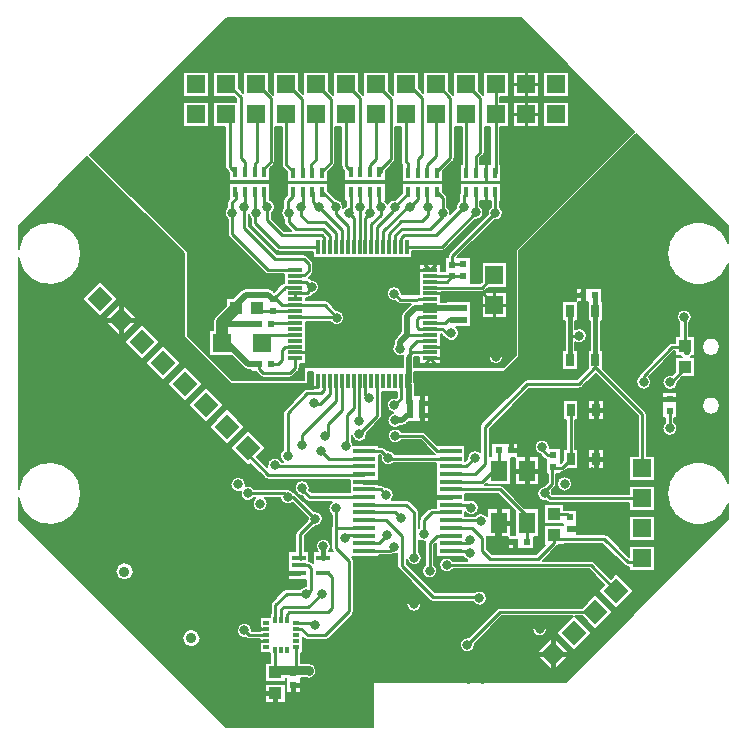
<source format=gbr>
%FSLAX25Y25*%
%MOIN*%
G04 EasyPC Gerber Version 18.0.8 Build 3632 *
%ADD76R,0.01181X0.04724*%
%ADD85R,0.01200X0.02000*%
%ADD86R,0.01600X0.03500*%
%ADD17R,0.02400X0.02400*%
%ADD83R,0.02600X0.04200*%
%ADD88R,0.03937X0.04291*%
%ADD80R,0.03940X0.04330*%
%ADD82R,0.05500X0.07100*%
%ADD77R,0.04724X0.01181*%
%ADD84R,0.02000X0.01200*%
%ADD79R,0.07200X0.01700*%
%ADD16R,0.04600X0.01800*%
%ADD12R,0.06000X0.06000*%
%ADD78R,0.06300X0.06300*%
%ADD10C,0.00500*%
%ADD11C,0.01000*%
%AMT13*0 Rectangle Pad at angle 45*21,1,0.06000,0.06000,0,0,45*%
%ADD13T13*%
%ADD75C,0.01500*%
%ADD19C,0.02000*%
%ADD71C,0.03000*%
%ADD14C,0.03200*%
%ADD15R,0.02400X0.02400*%
%ADD87C,0.03600*%
%ADD89C,0.04000*%
%ADD81R,0.04330X0.03940*%
X0Y0D02*
D02*
D10*
X25818Y193082D02*
X2850Y170115D01*
Y162496*
G75*
G02X23750Y161050I10400J-1446*
G01*
G75*
G02X2850Y159604I-10500*
G01*
Y82496*
G75*
G02X23750Y81050I10400J-1446*
G01*
G75*
G02X2850Y79604I-10500*
G01*
Y72285*
X72085Y3050*
X121150*
Y18150*
X185215*
X239450Y72385*
Y77552*
G75*
G02X219050Y81050I-9900J3498*
G01*
G75*
G02X239450Y84548I10500*
G01*
Y157552*
G75*
G02X219050Y161050I-9900J3498*
G01*
G75*
G02X239450Y164548I10500*
G01*
Y170215*
X208832Y200832*
X169750Y161750*
Y126550*
X164650Y121450*
X134800*
Y118276*
G75*
G02X135100Y117237I-1650J-1039*
G01*
Y113799*
X139799*
Y104901*
X132859*
X132029Y104071*
G75*
G02X130650Y103500I-1379J1379*
G01*
X129993*
G75*
G02X125800Y105450I-1643J1950*
G01*
G75*
G02X127758Y107930I2550*
G01*
G75*
G02X125600Y110450I392J2520*
G01*
G75*
G02X128608Y112959I2550*
G01*
X128859Y113209*
Y114799*
X123885*
Y106735*
G75*
G02X123460Y105709I-1450*
G01*
X118959Y101208*
G75*
G02X113957Y100212I-2509J-458*
G01*
Y98285*
G75*
G02X114363Y97283I-2107J-1436*
G01*
X122905*
Y96634*
X123816*
G75*
G02X124841Y96209J-1450*
G01*
X125592Y95459*
G75*
G02X128339Y94075I458J-2509*
G01*
X141660*
G75*
G02X141324Y94325I690J1276*
G01*
X136849Y98802*
X130549*
G75*
G02X125900Y100250I-2099J1448*
G01*
G75*
G02X130546Y101702I2550*
G01*
X137450*
G75*
G02X138476Y101277J-1450*
G01*
X142468Y97283*
X151693*
Y91743*
X152441Y92492*
G75*
G02X156643Y94857I2509J458*
G01*
Y103350*
G75*
G02X157113Y104487I1607*
G01*
X171313Y118687*
G75*
G02X172450Y119157I1137J-1137*
G01*
X188876*
X192600Y122950*
Y128799*
X193450*
Y133850*
G75*
G02X193250Y134650I1500J800*
G01*
Y138500*
X192600*
Y144799*
X189200*
Y138500*
X188350*
Y135781*
G75*
G02X192300Y133650I1400J-2131*
G01*
G75*
G02X188350Y131519I-2550*
G01*
Y128799*
X189200*
Y122100*
X184100*
Y128799*
X184950*
Y138500*
X184100*
Y145200*
X188600*
Y149700*
X197401*
Y145200*
X197700*
Y138500*
X196850*
Y128799*
X197700*
Y122550*
X211775Y108475*
G75*
G02X212200Y107450I-1025J-1025*
G01*
Y93700*
X215000*
Y85200*
X206500*
Y93700*
X209300*
Y106849*
X195170Y120979*
X190697Y116424*
G75*
G02X189550Y115943I-1147J1126*
G01*
X173116*
X159857Y102684*
Y93448*
X160500*
Y97901*
X169299*
Y93448*
X176252*
Y83850*
X168252*
Y93000*
X166850*
Y83850*
X158850*
Y84397*
X158375Y83922*
G75*
G02X158285Y83839I-1026J1024*
G01*
X163211*
G75*
G02X164237Y83415J-1450*
G01*
X171502Y76149*
X176252*
Y66551*
X174700*
Y62401*
X165901*
Y66551*
X158929*
G75*
G02X158957Y66250I-1579J-300*
G01*
Y62616*
X160716Y60857*
X175384*
X178381Y63854*
X178131*
Y70645*
X184200*
Y70854*
X178131*
Y77645*
X184569*
Y75700*
X189100*
Y67557*
X198050*
G75*
G02X199179Y67094J-1607*
G01*
X206500Y59867*
Y63700*
X215000*
Y55200*
X206500*
Y56643*
X205850*
G75*
G02X204721Y57106J1607*
G01*
X197390Y64343*
X184569*
Y63854*
X182799*
G75*
G02X182487Y63413I-1449J696*
G01*
X177773Y58700*
X193550*
G75*
G02X194575Y58275J-1450*
G01*
X200170Y52680*
X202150Y54660*
X208160Y48650*
X202150Y42640*
X196140Y48650*
X198120Y50630*
X192949Y55800*
X147648*
G75*
G02X143000Y57250I-2098J1450*
G01*
G75*
G02X147648Y58700I2550*
G01*
X152460*
G75*
G02X151219Y59815I990J2350*
G01*
X141994*
Y64643*
X141300Y63949*
Y57248*
G75*
G02X142400Y55150I-1450J-2098*
G01*
G75*
G02X137300I-2550*
G01*
G75*
G02X138400Y57248I2550*
G01*
Y64550*
G75*
G02X138464Y64975I1450J0*
G01*
G75*
G02X136357Y65382I-614J2475*
G01*
Y61630*
G75*
G02X137300Y59650I-1607J-1980*
G01*
G75*
G02X132257Y59112I-2550*
G01*
Y57516*
X141716Y48057*
X154757*
G75*
G02X159000Y46150I1693J-1907*
G01*
G75*
G02X154261Y44843I-2550*
G01*
X141050*
G75*
G02X139913Y45313J1607*
G01*
X129513Y55713*
G75*
G02X129043Y56850I1137J1137*
G01*
Y60996*
G75*
G02X127372Y60745I-1193J2254*
G01*
G75*
G02X126516Y60466I-856J1171*
G01*
X122905*
Y59815*
X114059*
X114187Y59687*
G75*
G02X114657Y58550I-1137J-1137*
G01*
Y41750*
G75*
G02X114187Y40613I-1607*
G01*
X106187Y32613*
G75*
G02X105050Y32143I-1137J1137*
G01*
X99250*
G75*
G02X98113Y32613J1607*
G01*
X97631Y33095*
Y28031*
X96989*
Y24600*
X99550*
G75*
G02X101331Y23831I0J-2450*
G01*
G75*
G02X102098Y21951I-1681J-1782*
G01*
G75*
G02X102100Y21850I-2552J-100*
G01*
G75*
G02X98350Y19600I-2550*
G01*
X96901*
Y14700*
X92000*
Y19700*
X91866*
Y18230*
X85035*
Y24669*
X86774*
Y26631*
X86531*
Y28031*
X83232*
Y32431*
X79719*
G75*
G02X78693Y32856J1450*
G01*
X78608Y32941*
G75*
G02X75600Y35450I-458J2509*
G01*
G75*
G02X80700I2550*
G01*
G75*
G02X80697Y35331I-2550*
G01*
X83232*
Y39732*
X86531*
Y41131*
X86843*
Y43850*
G75*
G02X87313Y44987I1607*
G01*
X91113Y48787*
G75*
G02X92250Y49257I1137J-1137*
G01*
X96670*
G75*
G02X98643Y50200I1980J-1607*
G01*
Y52342*
X92677*
Y61759*
X95143*
Y67550*
G75*
G02X95613Y68687I1607*
G01*
X99214Y72287*
G75*
G02X99241Y73008I2536J264*
G01*
X94224Y78026*
G75*
G02X90024Y79600I-1674J1924*
G01*
X84867*
G75*
G02X85900Y77550I-1517J-2050*
G01*
G75*
G02X80800I-2550*
G01*
G75*
G02X81833Y79600I2550*
G01*
X81448*
G75*
G02X76868Y81635I-2098J1449*
G01*
G75*
G02X73500Y84050I-818J2415*
G01*
G75*
G02X78600I2550*
G01*
G75*
G02X78532Y83465I-2550J1*
G01*
G75*
G02X81448Y82500I818J-2415*
G01*
X91250*
G75*
G02X91806Y82389I0J-1450*
G01*
G75*
G02X94672Y81364I744J-2439*
G01*
G75*
G02X95375Y80975I-322J-1414*
G01*
X101292Y75059*
G75*
G02X104300Y72550I458J-2509*
G01*
G75*
G02X101487Y70014I-2550*
G01*
X98357Y66884*
Y61759*
X99775*
Y58600*
G75*
G02X100487Y58187I-426J-1550*
G01*
X100925Y57748*
Y61759*
X102541*
G75*
G02X101900Y63450I1909J1691*
G01*
G75*
G02X107000I2550*
G01*
G75*
G02X106359Y61759I-2550*
G01*
X107567*
X107513Y61813*
G75*
G02X107043Y62950I1137J1137*
G01*
Y69550*
G75*
G02X107200Y70244I1608*
G01*
Y73952*
G75*
G02X107315Y78223I1450J2098*
G01*
X99850*
G75*
G02X98708Y78699J1607*
G01*
X97359Y80061*
X97350*
G75*
G02X96011Y80780J1607*
G01*
G75*
G02X94800Y82950I1339J2170*
G01*
G75*
G02X99900I2550*
G01*
G75*
G02X99782Y82183I-2550J-1*
G01*
X100520Y81438*
X113206*
Y85644*
X86050*
G75*
G02X84913Y86115J1608*
G01*
X80067Y90959*
X79399Y90291*
X73389Y96301*
X79399Y102311*
X85409Y96301*
X82341Y93233*
X85788Y89787*
G75*
G02X90567Y91515I2462J663*
G01*
X91155*
G75*
G02X91100Y95748I1395J2135*
G01*
Y107950*
G75*
G02X91525Y108975I1450*
G01*
X98125Y115575*
G75*
G02X99150Y116000I1025J-1025*
G01*
X100909*
Y121450*
X99250*
Y117550*
X73650*
X57850Y133350*
Y161050*
X25818Y193082*
X23891Y145799D02*
X29901Y151809D01*
X35911Y145799*
X29901Y139789*
X23891Y145799*
X30962Y138728D02*
X36972Y144738D01*
X42983Y138728*
X36972Y132717*
X30962Y138728*
X36008Y57192D02*
G75*
G02X40321Y52879I2157J-2157D01*
G01*
G75*
G02X36008Y57192I-2157J2157*
G01*
X38033Y131657D02*
X44043Y137667D01*
X50054Y131657*
X44043Y125646*
X38033Y131657*
X45104Y124585D02*
X51115Y130596D01*
X57125Y124585*
X51115Y118575*
X45104Y124585*
X52175Y117515D02*
X58185Y123525D01*
X64196Y117515*
X58185Y111504*
X52175Y117515*
X58282Y34918D02*
G75*
G02X62595Y30605I2157J-2157D01*
G01*
G75*
G02X58282Y34918I-2157J2157*
G01*
X59246Y110443D02*
X65257Y116454D01*
X71267Y110443*
X65257Y104433*
X59246Y110443*
X66317Y103372D02*
X72328Y109383D01*
X78338Y103372*
X72328Y97362*
X66317Y103372*
X91866Y11230D02*
X85035D01*
Y17669*
X91866*
Y11230*
X132100Y44150D02*
G75*
G02X137200I2550D01*
G01*
G75*
G02X132100I-2550*
G01*
X152908Y33059D02*
X162454Y42604D01*
G75*
G02X163479Y43029I1025J-1025*
G01*
X190519*
X195079Y47589*
X201089Y41579*
X195079Y35569*
X190519Y40129*
X188397*
X194018Y34508*
X188008Y28498*
X181998Y34508*
X187619Y40129*
X164080*
X154959Y31008*
G75*
G02X155000Y30550I-2508J-457*
G01*
G75*
G02X149900I-2550*
G01*
G75*
G02X152908Y33059I2550*
G01*
X174000Y35850D02*
G75*
G02X179100I2550D01*
G01*
G75*
G02X174000I-2550*
G01*
X176652Y94097D02*
G75*
G02X174800Y96550I698J2453D01*
G01*
G75*
G02X179900I2550*
G01*
G75*
G02X179888Y96299I-2551J-2*
G01*
X183600*
Y91351*
X184299Y92050*
Y95901*
X185400*
Y105600*
X184299*
Y112299*
X189401*
Y105600*
X188300*
Y95901*
X189401*
Y89200*
X185551*
X184975Y88625*
G75*
G02X183950Y88200I-1025J1025*
G01*
X183600*
Y87500*
X182099*
Y84150*
G75*
G02X181675Y83125I-1450J0*
G01*
X180597Y82046*
G75*
G02X180800Y81050I-2347J-996*
G01*
G75*
G02X180796Y80900I-2550J-2*
G01*
X206500*
Y83700*
X215000*
Y75200*
X206500*
Y78000*
X179850*
G75*
G02X178825Y78425J1450*
G01*
X178708Y78541*
G75*
G02X175700Y81050I-458J2509*
G01*
G75*
G02X178042Y83591I2550*
G01*
X179199Y84750*
Y87500*
X178700*
Y92339*
G75*
G02X178144Y92683I550J1511*
G01*
X176652Y94097*
X180937Y33447D02*
X186947Y27437D01*
X180937Y21426*
X174926Y27437*
X180937Y33447*
X184850Y81700D02*
G75*
G02Y86800J2550D01*
G01*
G75*
G02Y81700J-2550*
G01*
X197901Y95901D02*
Y89200D01*
X192799*
Y95901*
X197901*
Y112299D02*
Y105600D01*
X192799*
Y112299*
X197901*
X206500Y73700D02*
X215000D01*
Y65200*
X206500*
Y73700*
X209802Y120249D02*
Y120350D01*
G75*
G02X210226Y121375I1450J0*
G01*
X219725Y130875*
G75*
G02X220750Y131300I1025J-1025*
G01*
X221830*
Y133547*
X223144*
Y137869*
G75*
G02X222200Y139850I1606J1981*
G01*
G75*
G02X227300I2550*
G01*
G75*
G02X226359Y137872I-2550*
G01*
Y133547*
X228267*
Y126756*
X227112*
G75*
G02X226914Y126547I-1262J997*
G01*
X228267*
Y119756*
X224006*
X222584Y118334*
G75*
G02X222600Y118050I-2534J-283*
G01*
G75*
G02X217500I-2550*
G01*
G75*
G02X220672Y120523I2550*
G01*
X221830Y121681*
Y126547*
X223987*
G75*
G02X223789Y126756I1064J1206*
G01*
X221830*
Y128400*
X221351*
X212978Y120026*
G75*
G02X213800Y118150I-1728J-1876*
G01*
G75*
G02X208700I-2550*
G01*
G75*
G02X209802Y120249I2550*
G01*
X217401Y106200D02*
Y115000D01*
X222299*
Y106200*
X221457*
Y104807*
G75*
G02X222500Y102750I-1507J-2057*
G01*
G75*
G02X217400I-2550*
G01*
G75*
G02X218243Y104644I2550*
G01*
Y106200*
X217401*
X233650Y107300D02*
G75*
G02Y113400J3050D01*
G01*
G75*
G02Y107300J-3050*
G01*
Y126900D02*
G75*
G02Y133000J3050D01*
G01*
G75*
G02Y126900J-3050*
G01*
X2850Y145799D02*
G36*
Y138728D01*
X30962*
X36972Y144738*
X42983Y138728*
X57850*
Y145799*
X35911*
X29901Y139789*
X23891Y145799*
X2850*
G37*
X23891D02*
G36*
X29901Y151809D01*
X35911Y145799*
X57850*
Y161050*
X25818Y193082*
X2850Y170115*
Y162496*
G75*
G02X23750Y161050I10400J-1446*
G01*
G75*
G02X2850Y159604I-10500*
G01*
Y145799*
X23891*
G37*
X2850Y138728D02*
G36*
Y131657D01*
X38033*
X44043Y137667*
X50054Y131657*
X59543*
X57850Y133350*
Y138728*
X42983*
X36972Y132717*
X30962Y138728*
X2850*
G37*
X197700D02*
G36*
Y138500D01*
X196850*
Y131657*
X221830*
Y133547*
X223144*
Y137869*
G75*
G02X222461Y138728I1606J1980*
G01*
X197700*
G37*
X222461D02*
G36*
G75*
G02X222200Y139850I2289J1123D01*
G01*
G75*
G02X227300I2550*
G01*
G75*
G02X227040Y138728I-2550*
G01*
X239450*
Y157552*
G75*
G02X219050Y161050I-9900J3498*
G01*
G75*
G02X239450Y164548I10500*
G01*
Y170215*
X208832Y200832*
X169750Y161750*
Y126550*
X164650Y121450*
X134800*
Y118276*
G75*
G02X135100Y117237I-1650J-1039*
G01*
Y113799*
X139799*
Y104901*
X132859*
X132029Y104071*
G75*
G02X130650Y103500I-1379J1379*
G01*
X129993*
G75*
G02X125800Y105450I-1643J1950*
G01*
G75*
G02X127758Y107930I2550*
G01*
G75*
G02X125600Y110450I392J2520*
G01*
G75*
G02X128608Y112959I2550*
G01*
X128859Y113209*
Y114799*
X123885*
Y106735*
G75*
G02X123460Y105709I-1450*
G01*
X118959Y101208*
G75*
G02X113957Y100212I-2509J-458*
G01*
Y98285*
G75*
G02X114363Y97283I-2107J-1436*
G01*
X122905*
Y96634*
X123816*
G75*
G02X124841Y96209J-1450*
G01*
X125592Y95459*
G75*
G02X128339Y94075I458J-2509*
G01*
X141660*
G75*
G02X141324Y94325I690J1276*
G01*
X136849Y98802*
X130549*
G75*
G02X125900Y100250I-2099J1448*
G01*
G75*
G02X130546Y101702I2550*
G01*
X137450*
G75*
G02X138476Y101277J-1450*
G01*
X142468Y97283*
X151693*
Y91743*
X152441Y92492*
G75*
G02X156643Y94857I2509J458*
G01*
Y103350*
G75*
G02X157113Y104487I1607*
G01*
X171313Y118687*
G75*
G02X172450Y119157I1137J-1137*
G01*
X188876*
X192600Y122950*
Y128799*
X193450*
Y133850*
G75*
G02X193250Y134650I1500J800*
G01*
Y138500*
X192600*
Y144799*
X189200*
Y138500*
X188350*
Y135781*
G75*
G02X192300Y133650I1400J-2131*
G01*
G75*
G02X188350Y131519I-2550*
G01*
Y128799*
X189200*
Y122100*
X184100*
Y128799*
X184950*
Y138500*
X184100*
Y145200*
X188600*
Y149700*
X197401*
Y145200*
X197700*
Y138728*
X222461*
G37*
X227040D02*
G36*
G75*
G02X226359Y137872I-2290J1122D01*
G01*
Y133547*
X228267*
Y131657*
X231122*
G75*
G02X233650Y133000I2528J-1707*
G01*
G75*
G02X236178Y131657J-3050*
G01*
X239450*
Y138728*
X227040*
G37*
X20100Y55035D02*
G36*
X42374Y32761D01*
X57389*
G75*
G02X58282Y34918I3050*
G01*
G75*
G02X63489Y32761I2157J-2157*
G01*
X78798*
G75*
G02X78693Y32856I922J1119*
G01*
X78608Y32941*
G75*
G02X75600Y35450I-458J2509*
G01*
G75*
G02X80700I2550*
G01*
G75*
G02X80697Y35331I-2550*
G01*
X83232*
Y39732*
X86531*
Y41131*
X86843*
Y43850*
G75*
G02X87313Y44987I1607*
G01*
X91113Y48787*
G75*
G02X92250Y49257I1137J-1137*
G01*
X96670*
G75*
G02X98643Y50200I1980J-1607*
G01*
Y52342*
X92677*
Y55035*
X41215*
G75*
G02X40321Y52879I-3050*
G01*
G75*
G02X35115Y55035I-2157J2157*
G01*
X20100*
G37*
X35115D02*
G36*
G75*
G02X36008Y57192I3050D01*
G01*
G75*
G02X41215Y55035I2157J-2157*
G01*
X92677*
Y61759*
X95143*
Y67550*
G75*
G02X95613Y68687I1607*
G01*
X99214Y72287*
G75*
G02X99241Y73008I2536J264*
G01*
X94224Y78026*
G75*
G02X90024Y79600I-1674J1924*
G01*
X84867*
G75*
G02X85900Y77550I-1517J-2050*
G01*
G75*
G02X80800I-2550*
G01*
G75*
G02X81833Y79600I2550*
G01*
X81448*
G75*
G02X76868Y81635I-2098J1449*
G01*
G75*
G02X73500Y84050I-818J2415*
G01*
G75*
G02X78600I2550*
G01*
G75*
G02X78532Y83465I-2550J1*
G01*
G75*
G02X81448Y82500I818J-2415*
G01*
X91250*
G75*
G02X91806Y82389I0J-1450*
G01*
G75*
G02X94672Y81364I744J-2439*
G01*
G75*
G02X95375Y80975I-322J-1414*
G01*
X101292Y75059*
G75*
G02X104300Y72550I458J-2509*
G01*
G75*
G02X101487Y70014I-2550*
G01*
X98357Y66884*
Y61759*
X99775*
Y58600*
G75*
G02X100487Y58187I-426J-1550*
G01*
X100925Y57748*
Y61759*
X102541*
G75*
G02X101900Y63450I1909J1691*
G01*
G75*
G02X107000I2550*
G01*
G75*
G02X106359Y61759I-2550*
G01*
X107567*
X107513Y61813*
G75*
G02X107043Y62950I1137J1137*
G01*
Y69550*
G75*
G02X107200Y70244I1608*
G01*
Y73952*
G75*
G02X107315Y78223I1450J2098*
G01*
X99850*
G75*
G02X98708Y78699J1607*
G01*
X97359Y80061*
X97350*
G75*
G02X96011Y80780J1607*
G01*
G75*
G02X94800Y82950I1339J2170*
G01*
G75*
G02X99900I2550*
G01*
G75*
G02X99782Y82183I-2550J-1*
G01*
X100520Y81438*
X113206*
Y85644*
X86050*
G75*
G02X84913Y86115J1608*
G01*
X80067Y90959*
X79399Y90291*
X73389Y96301*
X79399Y102311*
X85409Y96301*
X82341Y93233*
X85788Y89787*
G75*
G02X90567Y91515I2462J663*
G01*
X91155*
G75*
G02X91100Y95748I1395J2135*
G01*
Y103372*
X78338*
X72328Y97362*
X66317Y103372*
X2850*
Y82496*
G75*
G02X23750Y81050I10400J-1446*
G01*
G75*
G02X2850Y79604I-10500*
G01*
Y72285*
X20100Y55035*
X35115*
G37*
X2850Y131657D02*
G36*
Y124585D01*
X45104*
X51115Y130596*
X57125Y124585*
X66615*
X59543Y131657*
X50054*
X44043Y125646*
X38033Y131657*
X2850*
G37*
X196850D02*
G36*
Y128799D01*
X197700*
Y124585*
X213436*
X219725Y130875*
G75*
G02X220750Y131300I1025J-1025*
G01*
X221830*
Y131657*
X196850*
G37*
X228267D02*
G36*
Y126756D01*
X227112*
G75*
G02X226914Y126547I-1262J997*
G01*
X228267*
Y124585*
X239450*
Y131657*
X236178*
G75*
G02X233650Y126900I-2528J-1707*
G01*
G75*
G02X231122Y131657J3050*
G01*
X228267*
G37*
X2850Y124585D02*
G36*
Y117515D01*
X52175*
X58185Y123525*
X64196Y117515*
X100909*
Y121450*
X99250*
Y117550*
X73650*
X66615Y124585*
X57125*
X51115Y118575*
X45104Y124585*
X2850*
G37*
X197700D02*
G36*
Y122550D01*
X202736Y117515*
X208780*
G75*
G02X208700Y118150I2470J635*
G01*
G75*
G02X209802Y120249I2550*
G01*
Y120350*
G75*
G02X210226Y121375I1450J0*
G01*
X213436Y124585*
X197700*
G37*
X228267D02*
G36*
Y119756D01*
X224006*
X222584Y118334*
G75*
G02X222600Y118050I-2534J-283*
G01*
G75*
G02X222543Y117515I-2550J-1*
G01*
X239450*
Y124585*
X228267*
G37*
X2850Y117515D02*
G36*
Y110443D01*
X59246*
X65257Y116454*
X71267Y110443*
X92993*
X98125Y115575*
G75*
G02X99150Y116000I1025J-1025*
G01*
X100909*
Y117515*
X64196*
X58185Y111504*
X52175Y117515*
X2850*
G37*
X202736D02*
G36*
X209807Y110443D01*
X217401*
Y115000*
X222299*
Y110443*
X230602*
G75*
G02X233650Y113400I3048J-93*
G01*
G75*
G02X236698Y110443J-3050*
G01*
X239450*
Y117515*
X222543*
G75*
G02X217500Y118050I-2493J535*
G01*
G75*
G02X220672Y120523I2550*
G01*
X221830Y121681*
Y126547*
X223987*
G75*
G02X223789Y126756I1064J1206*
G01*
X221830*
Y128400*
X221351*
X212978Y120026*
G75*
G02X213800Y118150I-1728J-1876*
G01*
G75*
G02X208780Y117515I-2550*
G01*
X202736*
G37*
X42374Y32761D02*
G36*
X60686Y14449D01*
X85035*
Y17669*
X91866*
Y14449*
X121150*
Y18150*
X185215*
X199826Y32761*
X192272*
X188008Y28498*
X183744Y32761*
X181622*
X186947Y27437*
X180937Y21426*
X174926Y27437*
X180251Y32761*
X156712*
X154959Y31008*
G75*
G02X155000Y30550I-2508J-457*
G01*
G75*
G02X149900I-2550*
G01*
G75*
G02X151180Y32761I2550*
G01*
X106335*
X106187Y32613*
G75*
G02X105050Y32143I-1137J1137*
G01*
X99250*
G75*
G02X98113Y32613J1607*
G01*
X97631Y33095*
Y28031*
X96989*
Y24600*
X99550*
G75*
G02X101331Y23831I0J-2450*
G01*
G75*
G02X102098Y21951I-1681J-1782*
G01*
G75*
G02X102100Y21850I-2552J-100*
G01*
G75*
G02X98350Y19600I-2550*
G01*
X96901*
Y14700*
X92000*
Y19700*
X91866*
Y18230*
X85035*
Y24669*
X86774*
Y26631*
X86531*
Y28031*
X83232*
Y32431*
X79719*
G75*
G02X78798Y32761J1450*
G01*
X63489*
G75*
G02X62595Y30605I-3050*
G01*
G75*
G02X57389Y32761I-2157J2157*
G01*
X42374*
G37*
X151180D02*
G36*
G75*
G02X152908Y33059I1270J-2211D01*
G01*
X155699Y35850*
X109423*
X106335Y32761*
X151180*
G37*
X180251D02*
G36*
X180937Y33447D01*
X181622Y32761*
X183744*
X181998Y34508*
X183340Y35850*
X179100*
G75*
G02X174000I-2550*
G01*
X159801*
X156712Y32761*
X180251*
G37*
X199826D02*
G36*
X202915Y35850D01*
X195360*
X195079Y35569*
X190519Y40129*
X188397*
X194018Y34508*
X192272Y32761*
X199826*
G37*
X2850Y110443D02*
G36*
Y103372D01*
X66317*
X72328Y109383*
X78338Y103372*
X91100*
Y107950*
G75*
G02X91525Y108975I1450*
G01*
X92993Y110443*
X71267*
X65257Y104433*
X59246Y110443*
X2850*
G37*
X167617D02*
G36*
X160546Y103372D01*
X185400*
Y105600*
X184299*
Y110443*
X167617*
G37*
X184299D02*
G36*
Y112299D01*
X189401*
Y110443*
X192799*
Y112299*
X197901*
Y110443*
X205706*
X195170Y120979*
X190697Y116424*
G75*
G02X189550Y115943I-1147J1126*
G01*
X173116*
X167617Y110443*
X184299*
G37*
X189401D02*
G36*
Y105600D01*
X188300*
Y103372*
X209300*
Y106849*
X205706Y110443*
X197901*
Y105600*
X192799*
Y110443*
X189401*
G37*
X209807D02*
G36*
X211775Y108475D01*
G75*
G02X212200Y107450I-1025J-1025*
G01*
Y103372*
X217477*
G75*
G02X218243Y104644I2473J-623*
G01*
Y106200*
X217401*
Y110443*
X209807*
G37*
X222299D02*
G36*
Y106200D01*
X221457*
Y104807*
G75*
G02X222423Y103372I-1507J-2057*
G01*
X239450*
Y110443*
X236698*
G75*
G02X233650Y107300I-3048J-93*
G01*
G75*
G02X230602Y110443J3050*
G01*
X222299*
G37*
X160546Y103372D02*
G36*
X159857Y102684D01*
Y93448*
X160500*
Y97901*
X169299*
Y93448*
X176252*
Y92551*
X178303*
G75*
G02X178144Y92683I948J1298*
G01*
X176652Y94097*
G75*
G02X174800Y96550I698J2453*
G01*
G75*
G02X179900I2550*
G01*
G75*
G02X179888Y96299I-2551J-2*
G01*
X183600*
Y91351*
X184299Y92050*
Y95901*
X185400*
Y103372*
X160546*
G37*
X188300D02*
G36*
Y95901D01*
X189401*
Y92551*
X192799*
Y95901*
X197901*
Y92551*
X206500*
Y93700*
X209300*
Y103372*
X188300*
G37*
X212200D02*
G36*
Y93700D01*
X215000*
Y85200*
X206500*
Y92551*
X197901*
Y89200*
X192799*
Y92551*
X189401*
Y89200*
X185551*
X184975Y88625*
G75*
G02X183950Y88200I-1025J1025*
G01*
X183600*
Y87500*
X182099*
Y84250*
X182300*
G75*
G02X184850Y86800I2550*
G01*
G75*
G02X187400Y84250J-2550*
G01*
X219550*
G75*
G02X239450Y84548I10000J-3200*
G01*
Y103372*
X222423*
G75*
G02X222500Y102750I-2473J-622*
G01*
G75*
G02X217400I-2550*
G01*
G75*
G02X217477Y103372I2550J2*
G01*
X212200*
G37*
X60686Y14449D02*
G36*
X72085Y3050D01*
X121150*
Y14449*
X91866*
Y11230*
X85035*
Y14449*
X60686*
G37*
X114657Y44150D02*
G36*
Y41750D01*
G75*
G02X114187Y40613I-1607*
G01*
X109423Y35850*
X155699*
X162454Y42604*
G75*
G02X163479Y43029I1025J-1025*
G01*
X190519*
X191640Y44150*
X158032*
G75*
G02X154868I-1582J2000*
G01*
X137200*
G75*
G02X132100I-2550*
G01*
X114657*
G37*
X132100D02*
G36*
G75*
G02X137200I2550D01*
G01*
X154868*
G75*
G02X154261Y44843I1582J2000*
G01*
X141050*
G75*
G02X139913Y45313J1607*
G01*
X129513Y55713*
G75*
G02X129043Y56850I1137J1137*
G01*
Y60996*
G75*
G02X127372Y60745I-1193J2254*
G01*
G75*
G02X126516Y60466I-856J1171*
G01*
X122905*
Y59815*
X114059*
X114187Y59687*
G75*
G02X114657Y58550I-1137J-1137*
G01*
Y44150*
X132100*
G37*
X191640D02*
G36*
X195079Y47589D01*
X198518Y44150*
X200640*
X196140Y48650*
X198120Y50630*
X192949Y55800*
X147648*
G75*
G02X143000Y57250I-2098J1450*
G01*
G75*
G02X147648Y58700I2550*
G01*
X152460*
G75*
G02X151219Y59815I990J2350*
G01*
X141994*
Y64643*
X141300Y63949*
Y57248*
G75*
G02X142400Y55150I-1450J-2098*
G01*
G75*
G02X137300I-2550*
G01*
G75*
G02X138400Y57248I2550*
G01*
Y64550*
G75*
G02X138464Y64975I1450J0*
G01*
G75*
G02X136357Y65382I-614J2475*
G01*
Y61630*
G75*
G02X137300Y59650I-1607J-1980*
G01*
G75*
G02X132257Y59112I-2550*
G01*
Y57516*
X141716Y48057*
X154757*
G75*
G02X159000Y46150I1693J-1907*
G01*
G75*
G02X158032Y44150I-2550*
G01*
X191640*
G37*
X198518D02*
G36*
X201089Y41579D01*
X195360Y35850*
X202915*
X236515Y69450*
X215000*
Y65200*
X206500*
Y69450*
X189100*
Y67557*
X198050*
G75*
G02X199179Y67094J-1607*
G01*
X206500Y59867*
Y63700*
X215000*
Y55200*
X206500*
Y56643*
X205850*
G75*
G02X204721Y57106J1607*
G01*
X197390Y64343*
X184569*
Y63854*
X182799*
G75*
G02X182487Y63413I-1449J696*
G01*
X177773Y58700*
X193550*
G75*
G02X194575Y58275J-1450*
G01*
X200170Y52680*
X202150Y54660*
X208160Y48650*
X202150Y42640*
X200640Y44150*
X198518*
G37*
X174000Y35850D02*
G36*
G75*
G02X179100I2550D01*
G01*
X183340*
X187619Y40129*
X164080*
X159801Y35850*
X174000*
G37*
X176252Y84250D02*
G36*
Y83850D01*
X168252*
Y93000*
X166850*
Y83850*
X158850*
Y84397*
X158375Y83922*
G75*
G02X158285Y83839I-1026J1024*
G01*
X163211*
G75*
G02X164237Y83415J-1450*
G01*
X171502Y76149*
X176252*
Y66551*
X174700*
Y62401*
X165901*
Y66551*
X158929*
G75*
G02X158957Y66250I-1579J-300*
G01*
Y62616*
X160716Y60857*
X175384*
X178381Y63854*
X178131*
Y70645*
X184200*
Y70854*
X178131*
Y77645*
X184569*
Y75700*
X189100*
Y69450*
X206500*
Y73700*
X215000*
Y69450*
X236515*
X239450Y72385*
Y77552*
G75*
G02X219050Y81050I-9900J3498*
G01*
G75*
G02X219550Y84250I10499J0*
G01*
X187400*
G75*
G02X184850Y81700I-2550*
G01*
G75*
G02X182300Y84250J2550*
G01*
X182099*
Y84150*
G75*
G02X181675Y83125I-1450J0*
G01*
X180597Y82046*
G75*
G02X180800Y81050I-2347J-996*
G01*
G75*
G02X180796Y80900I-2550J-2*
G01*
X206500*
Y83700*
X215000*
Y75200*
X206500*
Y78000*
X179850*
G75*
G02X178825Y78425J1450*
G01*
X178708Y78541*
G75*
G02X175700Y81050I-458J2509*
G01*
G75*
G02X178042Y83591I2550*
G01*
X178700Y84250*
X176252*
G37*
X178700D02*
G36*
X179199Y84750D01*
Y87500*
X178700*
Y92339*
G75*
G02X178303Y92551I549J1511*
G01*
X176252*
Y84250*
X178700*
G37*
X26768Y194032D02*
X59250Y161550D01*
Y133550*
X74050Y118750*
X98150*
Y123350*
X131000*
Y126550*
G75*
G02X131098Y127073I1450J0*
G01*
G75*
G02X128000Y130993I-1148J2277*
G01*
Y131650*
G75*
G02X128571Y133029I1950J0*
G01*
X130046Y134503*
G75*
G02X130300Y135118I2205J-553*
G01*
Y140050*
G75*
G02X130871Y141429I1950J0*
G01*
X133571Y144129*
G75*
G02X133607Y144164I1383J-1378*
G01*
X130050*
G75*
G02X128948Y144601J1607*
G01*
X128394Y145123*
G75*
G02X125500Y147650I-344J2527*
G01*
G75*
G02X130600I2550*
G01*
G75*
G02X130593Y147468I-2552J2*
G01*
X130688Y147379*
X136342*
Y157454*
X143566*
Y155095*
X145000*
Y159800*
X146000*
Y160250*
G75*
G02X146425Y161275I1450*
G01*
X159241Y174092*
G75*
G02X160300Y176648I2509J458*
G01*
Y178500*
X156800*
Y176848*
G75*
G02X154892Y172241I-1450J-2098*
G01*
X144916Y162265*
G75*
G02X143891Y161841I-1025J1025*
G01*
X134118*
Y159678*
X100909*
Y161683*
X89591*
G75*
G02X88450Y162158J1607*
G01*
X80650Y170018*
G75*
G02X80183Y171150I1141J1132*
G01*
Y172813*
G75*
G02X79557Y174012I1867J1737*
G01*
Y170220*
X89016Y160762*
X97941*
G75*
G02X99077Y160291J-1607*
G01*
X100687Y158682*
G75*
G02X101157Y157545I-1137J-1137*
G01*
Y155155*
G75*
G02X100687Y154018I-1607*
G01*
X99681Y153013*
G75*
G02X99923Y152813I-896J-1335*
G01*
X100345Y152392*
G75*
G02X100855Y147319I205J-2542*
G01*
X100250Y146713*
G75*
G02X99113Y146243I-1137J1137*
G01*
X98685*
Y145457*
X105150*
G75*
G02X106351Y144919J-1607*
G01*
X108772Y142197*
G75*
G02X111437Y139650I115J-2547*
G01*
G75*
G02X106750Y138258I-2550*
G01*
X98685*
Y124246*
X96523*
Y122773*
G75*
G02X96098Y121748I-1450*
G01*
X94475Y120125*
G75*
G02X93450Y119700I-1025J1025*
G01*
X84450*
G75*
G02X83425Y120125J1450*
G01*
X81925Y121625*
G75*
G02X81855Y121700I1024J1024*
G01*
X80500*
Y122200*
X79350*
G75*
G02X77971Y122771I0J1950*
G01*
X73892Y126850*
X66350*
Y135650*
X67800*
Y136333*
G75*
G02X68034Y139577I2950J1417*
G01*
G75*
G02X68837Y140509I2716J-1527*
G01*
X72030Y143702*
Y146165*
X74485*
X77160Y148840*
G75*
G02X78650Y149457I1490J-1490*
G01*
X86150*
G75*
G02X87687Y148791J-2107*
G01*
X88083Y148370*
X90503Y150835*
G75*
G02X91461Y151305I1147J-1126*
G01*
Y154164*
X85886*
G75*
G02X84861Y154589J1450*
G01*
X73025Y166425*
G75*
G02X72600Y167450I1025J1025*
G01*
Y172452*
G75*
G02X72443Y176530I1450J2098*
G01*
Y178150*
G75*
G02X72964Y179335I1607*
G01*
X73100Y179460*
Y184600*
X86800*
Y178874*
G75*
G02X87200Y174452I-1050J-2324*
G01*
Y172651*
X91251Y168600*
X93627*
X91713Y170513*
G75*
G02X91243Y171650I1137J1137*
G01*
Y172570*
G75*
G02X91143Y176444I1607J1980*
G01*
Y178650*
G75*
G02X91650Y179823I1607J0*
G01*
X92300Y180431*
Y184500*
X106000*
Y181973*
X108784Y179189*
G75*
G02X111046Y176126I-235J-2539*
G01*
G75*
G02X112100Y176917I2005J-1576*
G01*
Y178600*
X111500*
Y184600*
X125200*
Y178600*
X125067*
G75*
G02X125900Y177540I-1517J-2050*
G01*
G75*
G02X128708Y179059I2350J-990*
G01*
X130700Y181051*
Y184500*
X144400*
Y181501*
X145275Y180625*
G75*
G02X145700Y179600I-1025J-1025*
G01*
Y176648*
G75*
G02X146762Y174113I-1450J-2097*
G01*
X148741Y176092*
G75*
G02X149643Y178530I2509J458*
G01*
Y180450*
G75*
G02X150030Y181496I1607*
G01*
X150100Y181578*
Y184500*
X163800*
Y178500*
X163200*
Y176648*
G75*
G02X161292Y172041I-1450J-2098*
G01*
X149151Y159900*
X153600*
Y151158*
X156707*
X157200Y151651*
Y158100*
X165700*
Y149600*
X159251*
X158333Y148683*
G75*
G02X157308Y148258I-1025J1025*
G01*
X143566*
Y144800*
X145200*
Y145300*
X153700*
Y136500*
X148667*
G75*
G02X149700Y134450I-1517J-2050*
G01*
G75*
G02X145126Y132900I-2550*
G01*
G75*
G02X144383Y133345I424J1551*
G01*
X143566Y134207*
Y124246*
X136342*
Y126605*
X134800*
Y123350*
X164550*
X168550Y127350*
Y162250*
X207982Y201682*
X170215Y239450*
X72185*
X26768Y194032*
X66300Y211700D02*
Y203200D01*
X57800*
Y211700*
X66300*
Y221700D02*
Y213200D01*
X57800*
Y221700*
X66300*
X71800Y203200D02*
X67800D01*
Y211700*
X75443*
Y212384*
X74627Y213200*
X67800*
Y221700*
X76300*
Y216073*
X77800Y214573*
Y221700*
X86300*
Y215350*
X87800Y213850*
Y221700*
X96300*
Y215651*
X97800Y214151*
Y221700*
X106300*
Y215251*
X107800Y213751*
Y221700*
X116300*
Y215251*
X117775Y213775*
G75*
G02X117800Y213750I-1020J-1029*
G01*
Y221700*
X126300*
Y215251*
X127800Y213751*
Y221700*
X136300*
Y216173*
X137800Y214673*
Y221700*
X146300*
Y215350*
X147760Y213890*
G75*
G02X147800Y213850I-1012J-1042*
G01*
Y221700*
X156300*
Y215251*
X157775Y213775*
G75*
G02X157800Y213750I-1020J-1029*
G01*
Y221700*
X166300*
Y213200*
X163500*
Y211700*
X166300*
Y203200*
X163357*
Y191000*
X163800*
Y185000*
X150100*
Y191000*
X150543*
Y203200*
X148200*
Y192850*
G75*
G02X147760Y191810I-1450*
G01*
X144400Y188450*
Y185000*
X130700*
Y190339*
G75*
G02X130343Y191350I1250J1011*
G01*
Y203200*
X128500*
Y192450*
G75*
G02X128075Y191425I-1450*
G01*
X125200Y188549*
Y185100*
X111500*
Y188649*
X110825Y189325*
G75*
G02X110400Y190350I1025J1025*
G01*
Y203200*
X108300*
Y191150*
G75*
G02X107875Y190125I-1450*
G01*
X106000Y188249*
Y185000*
X92300*
Y188127*
X91013Y189413*
G75*
G02X90543Y190550I1137J1137*
G01*
Y203200*
X88300*
Y191700*
G75*
G02X87860Y190660I-1450*
G01*
X86800Y189600*
Y185100*
X73100*
Y187899*
X72225Y188775*
G75*
G02X71800Y189800I1025J1025*
G01*
Y203200*
X164500Y126650D02*
G75*
G02X159400I-2550D01*
G01*
G75*
G02X164500I2550*
G01*
X165700Y139600D02*
X157200D01*
Y148100*
X165700*
Y139600*
X176300Y211700D02*
Y203200D01*
X167800*
Y211700*
X176300*
Y221700D02*
Y213200D01*
X167800*
Y221700*
X176300*
X186300Y211700D02*
Y203200D01*
X177800*
Y211700*
X186300*
Y221700D02*
Y213200D01*
X177800*
Y221700*
X186300*
X40185Y207450D02*
G36*
X26768Y194032D01*
X59250Y161550*
Y133550*
X74050Y118750*
X98150*
Y123350*
X131000*
Y126550*
G75*
G02X131098Y127073I1450J0*
G01*
G75*
G02X128000Y130993I-1148J2277*
G01*
Y131650*
G75*
G02X128571Y133029I1950J0*
G01*
X130046Y134503*
G75*
G02X130300Y135118I2205J-553*
G01*
Y140050*
G75*
G02X130871Y141429I1950J0*
G01*
X133571Y144129*
G75*
G02X133607Y144164I1383J-1378*
G01*
X130050*
G75*
G02X128948Y144601J1607*
G01*
X128394Y145123*
G75*
G02X125500Y147650I-344J2527*
G01*
G75*
G02X130600I2550*
G01*
G75*
G02X130593Y147468I-2552J2*
G01*
X130688Y147379*
X136342*
Y157454*
X143566*
Y155095*
X145000*
Y159800*
X146000*
Y160250*
G75*
G02X146425Y161275I1450*
G01*
X159241Y174092*
G75*
G02X160300Y176648I2509J458*
G01*
Y178500*
X156800*
Y176848*
G75*
G02X154892Y172241I-1450J-2098*
G01*
X144916Y162265*
G75*
G02X143891Y161841I-1025J1025*
G01*
X134118*
Y159678*
X100909*
Y161683*
X89591*
G75*
G02X88450Y162158J1607*
G01*
X80650Y170018*
G75*
G02X80183Y171150I1141J1132*
G01*
Y172813*
G75*
G02X79557Y174012I1867J1737*
G01*
Y170220*
X89016Y160762*
X97941*
G75*
G02X99077Y160291J-1607*
G01*
X100687Y158682*
G75*
G02X101157Y157545I-1137J-1137*
G01*
Y155155*
G75*
G02X100687Y154018I-1607*
G01*
X99681Y153013*
G75*
G02X99923Y152813I-896J-1335*
G01*
X100345Y152392*
G75*
G02X100855Y147319I205J-2542*
G01*
X100250Y146713*
G75*
G02X99113Y146243I-1137J1137*
G01*
X98685*
Y145457*
X105150*
G75*
G02X106351Y144919J-1607*
G01*
X108772Y142197*
G75*
G02X111437Y139650I115J-2547*
G01*
G75*
G02X106750Y138258I-2550*
G01*
X98685*
Y124246*
X96523*
Y122773*
G75*
G02X96098Y121748I-1450*
G01*
X94475Y120125*
G75*
G02X93450Y119700I-1025J1025*
G01*
X84450*
G75*
G02X83425Y120125J1450*
G01*
X81925Y121625*
G75*
G02X81855Y121700I1024J1024*
G01*
X80500*
Y122200*
X79350*
G75*
G02X77971Y122771I0J1950*
G01*
X73892Y126850*
X66350*
Y135650*
X67800*
Y136333*
G75*
G02X68034Y139577I2950J1417*
G01*
G75*
G02X68837Y140509I2716J-1527*
G01*
X72030Y143702*
Y146165*
X74485*
X77160Y148840*
G75*
G02X78650Y149457I1490J-1490*
G01*
X86150*
G75*
G02X87687Y148791J-2107*
G01*
X88083Y148370*
X90503Y150835*
G75*
G02X91461Y151305I1147J-1126*
G01*
Y154164*
X85886*
G75*
G02X84861Y154589J1450*
G01*
X73025Y166425*
G75*
G02X72600Y167450I1025J1025*
G01*
Y172452*
G75*
G02X72443Y176530I1450J2098*
G01*
Y178150*
G75*
G02X72964Y179335I1607*
G01*
X73100Y179460*
Y184600*
X86800*
Y178874*
G75*
G02X87200Y174452I-1050J-2324*
G01*
Y172651*
X91251Y168600*
X93627*
X91713Y170513*
G75*
G02X91243Y171650I1137J1137*
G01*
Y172570*
G75*
G02X91143Y176444I1607J1980*
G01*
Y178650*
G75*
G02X91650Y179823I1607J0*
G01*
X92300Y180431*
Y184500*
X106000*
Y181973*
X108784Y179189*
G75*
G02X111046Y176126I-235J-2539*
G01*
G75*
G02X112100Y176917I2005J-1576*
G01*
Y178600*
X111500*
Y184600*
X125200*
Y178600*
X125067*
G75*
G02X125900Y177540I-1517J-2050*
G01*
G75*
G02X128708Y179059I2350J-990*
G01*
X130700Y181051*
Y184500*
X144400*
Y181501*
X145275Y180625*
G75*
G02X145700Y179600I-1025J-1025*
G01*
Y176648*
G75*
G02X146762Y174113I-1450J-2097*
G01*
X148741Y176092*
G75*
G02X149643Y178530I2509J458*
G01*
Y180450*
G75*
G02X150030Y181496I1607*
G01*
X150100Y181578*
Y184500*
X163800*
Y178500*
X163200*
Y176648*
G75*
G02X161292Y172041I-1450J-2098*
G01*
X149151Y159900*
X153600*
Y151158*
X156707*
X157200Y151651*
Y158100*
X165700*
Y149600*
X159251*
X158333Y148683*
G75*
G02X157308Y148258I-1025J1025*
G01*
X143566*
Y144800*
X145200*
Y145300*
X153700*
Y143850*
X157200*
Y148100*
X165700*
Y143850*
X168550*
Y162250*
X207982Y201682*
X202215Y207450*
X186300*
Y203200*
X177800*
Y207450*
X176300*
Y203200*
X167800*
Y207450*
X166300*
Y203200*
X163357*
Y191000*
X163800*
Y185000*
X150100*
Y191000*
X150543*
Y203200*
X148200*
Y192850*
G75*
G02X147760Y191810I-1450*
G01*
X144400Y188450*
Y185000*
X130700*
Y190339*
G75*
G02X130343Y191350I1250J1011*
G01*
Y203200*
X128500*
Y192450*
G75*
G02X128075Y191425I-1450*
G01*
X125200Y188549*
Y185100*
X111500*
Y188649*
X110825Y189325*
G75*
G02X110400Y190350I1025J1025*
G01*
Y203200*
X108300*
Y191150*
G75*
G02X107875Y190125I-1450*
G01*
X106000Y188249*
Y185000*
X92300*
Y188127*
X91013Y189413*
G75*
G02X90543Y190550I1137J1137*
G01*
Y203200*
X88300*
Y191700*
G75*
G02X87860Y190660I-1450*
G01*
X86800Y189600*
Y185100*
X73100*
Y187899*
X72225Y188775*
G75*
G02X71800Y189800I1025J1025*
G01*
Y203200*
X67800*
Y207450*
X66300*
Y203200*
X57800*
Y207450*
X40185*
G37*
X57800D02*
G36*
Y211700D01*
X66300*
Y207450*
X67800*
Y211700*
X75443*
Y212384*
X74627Y213200*
X67800*
Y217450*
X66300*
Y213200*
X57800*
Y217450*
X50185*
X40185Y207450*
X57800*
G37*
X167800D02*
G36*
Y211700D01*
X176300*
Y207450*
X177800*
Y211700*
X186300*
Y207450*
X202215*
X192215Y217450*
X186300*
Y213200*
X177800*
Y217450*
X176300*
Y213200*
X167800*
Y217450*
X166300*
Y213200*
X163500*
Y211700*
X166300*
Y207450*
X167800*
G37*
X57800Y217450D02*
G36*
Y221700D01*
X66300*
Y217450*
X67800*
Y221700*
X76300*
Y216073*
X77800Y214573*
Y221700*
X86300*
Y215350*
X87800Y213850*
Y221700*
X96300*
Y215651*
X97800Y214151*
Y221700*
X106300*
Y215251*
X107800Y213751*
Y221700*
X116300*
Y215251*
X117775Y213775*
G75*
G02X117800Y213750I-1020J-1029*
G01*
Y221700*
X126300*
Y215251*
X127800Y213751*
Y221700*
X136300*
Y216173*
X137800Y214673*
Y221700*
X146300*
Y215350*
X147760Y213890*
G75*
G02X147800Y213850I-1012J-1042*
G01*
Y221700*
X156300*
Y215251*
X157775Y213775*
G75*
G02X157800Y213750I-1020J-1029*
G01*
Y221700*
X166300*
Y217450*
X167800*
Y221700*
X176300*
Y217450*
X177800*
Y221700*
X186300*
Y217450*
X192215*
X170215Y239450*
X72185*
X50185Y217450*
X57800*
G37*
X143566Y126650D02*
G36*
Y124246D01*
X136342*
Y126605*
X134800*
Y123350*
X164550*
X167850Y126650*
X164500*
G75*
G02X159400I-2550*
G01*
X143566*
G37*
X159400D02*
G36*
G75*
G02X164500I2550D01*
G01*
X167850*
X168550Y127350*
Y143850*
X165700*
Y139600*
X157200*
Y143850*
X153700*
Y136500*
X148667*
G75*
G02X149700Y134450I-1517J-2050*
G01*
G75*
G02X145126Y132900I-2550*
G01*
G75*
G02X144383Y133345I424J1551*
G01*
X143566Y134207*
Y126650*
X159400*
G37*
X122905Y83839D02*
X123611D01*
G75*
G02X124637Y83414J-1450*
G01*
X124892Y83159*
G75*
G02X127257Y78957I458J-2509*
G01*
X132150*
G75*
G02X133287Y78487J-1607*
G01*
X135887Y75887*
G75*
G02X136357Y74750I-1137J-1137*
G01*
Y69518*
G75*
G02X136400Y69548I1487J-2067*
G01*
Y72050*
G75*
G02X136825Y73075I1450*
G01*
X139486Y75737*
G75*
G02X140511Y76161I1025J-1025*
G01*
X141994*
Y91175*
X127881*
G75*
G02X123541Y93408I-1830J1776*
G01*
X123215Y93734*
X122905*
Y83839*
G36*
X123611*
G75*
G02X124637Y83414J-1450*
G01*
X124892Y83159*
G75*
G02X127257Y78957I458J-2509*
G01*
X132150*
G75*
G02X133287Y78487J-1607*
G01*
X135887Y75887*
G75*
G02X136357Y74750I-1137J-1137*
G01*
Y69518*
G75*
G02X136400Y69548I1487J-2067*
G01*
Y72050*
G75*
G02X136825Y73075I1450*
G01*
X139486Y75737*
G75*
G02X140511Y76161I1025J-1025*
G01*
X141994*
Y91175*
X127881*
G75*
G02X123541Y93408I-1830J1776*
G01*
X123215Y93734*
X122905*
Y83839*
G37*
X151693Y73602D02*
X154908D01*
G75*
G02X158850Y73532I1942J-1652*
G01*
Y76149*
X166850*
Y67299*
X168252*
Y75298*
X162611Y80939*
X151693*
Y78878*
X152930*
G75*
G02X153238Y78848J-1608*
G01*
G75*
G02X156300Y76350I512J-2498*
G01*
G75*
G02X151693Y74844I-2550*
G01*
Y73602*
G36*
X154908*
G75*
G02X158850Y73532I1942J-1652*
G01*
Y76149*
X166850*
Y67299*
X168252*
Y75298*
X162611Y80939*
X151693*
Y78878*
X152930*
G75*
G02X153238Y78848J-1608*
G01*
G75*
G02X156300Y76350I512J-2498*
G01*
G75*
G02X151693Y74844I-2550*
G01*
Y73602*
G37*
X156800Y191000D02*
X160143D01*
Y203200*
X158200*
Y194750*
G75*
G02X157775Y193725I-1450*
G01*
X156800Y192749*
Y191000*
G36*
X160143*
Y203200*
X158200*
Y194750*
G75*
G02X157775Y193725I-1450*
G01*
X156800Y192749*
Y191000*
G37*
D02*
D11*
X74050Y174550D02*
X74150D01*
Y178150*
X75250Y179250*
Y181600*
X75150*
Y188100D02*
X74950D01*
X73250Y189800*
Y207700*
X72050*
Y207450*
X77950Y176550D02*
Y169555D01*
X88350Y159155*
X97941*
X99550Y157545*
Y155155*
X98145Y153750*
X95073*
Y153645*
X78350Y181600D02*
Y176950D01*
X77950Y176550*
X78350Y188100D02*
X78450D01*
Y191550*
X77050Y192950*
Y213050*
X73500Y216600*
X72050*
Y217450*
X81550Y181600D02*
Y175050D01*
X82050Y174550*
X81550Y188100D02*
X81650D01*
Y191100*
X82250Y191700*
Y207450*
X82050*
X82250Y142750D02*
Y141850D01*
X87650*
X84750Y181600D02*
Y177550D01*
X85750Y176550*
X84750Y188100D02*
Y189600D01*
X86850Y191700*
Y212750*
X81850Y217750*
Y217450*
X82050*
X85481Y31881D02*
X83381D01*
X82450Y30950*
X85481Y33881D02*
X79719D01*
X78150Y35450*
X85481Y35881D02*
X83619D01*
X82450Y37050*
X86850Y124150D02*
X89250D01*
X90550Y125450*
Y128950*
X91623Y130023*
X95073*
X86850Y137550D02*
Y137850D01*
X94726*
X94773Y137897*
X95073*
X88381Y28881D02*
Y21619D01*
X88550Y21450*
X88450Y23750*
Y21450*
X92381Y38881D02*
Y40681D01*
X93150Y41450*
X105950*
X107250Y42750*
Y53115*
X105874Y54491*
X104474*
X92550Y79950D02*
X94350D01*
X101750Y72550*
X92550Y79950D02*
X92350D01*
X91250Y81050*
X79350*
X92550Y93650D02*
Y107950D01*
X99150Y114550*
X103750*
X104718Y115518*
Y118409*
X92850Y174550D02*
Y171650D01*
X95450Y169050*
X104487*
X106587Y166950*
Y163291*
X106687*
X94350Y181500D02*
X94250D01*
Y180150*
X92750Y178650*
Y174550*
X92850*
X94350Y188000D02*
X93950D01*
Y188750*
X92150Y190550*
Y207450*
X92050*
X95073Y126086D02*
Y122773D01*
X93450Y121150*
X84450*
X82950Y122650*
Y124150*
X95073Y133960D02*
Y133850D01*
X84150*
Y131250*
X95073Y139866D02*
Y139850D01*
X108950*
X108887Y139787*
Y139650*
X95073Y141834D02*
X87666D01*
X87650Y141850*
X95073Y143803D02*
Y143850D01*
X90750*
X88803Y145797*
X87650*
Y145750*
X95073Y147740D02*
Y145771D01*
Y149708D02*
X95050D01*
Y149750*
X91650*
Y149650*
X88450Y146450*
Y145750*
X87650*
X95073Y151677D02*
X98787D01*
X99813Y150650*
Y148550*
X99113Y147850*
X95183*
X95073Y147740*
Y155614D02*
X85886D01*
X74050Y167450*
Y174550*
X95381Y29881D02*
X95350Y24450D01*
Y21950*
X94450Y21050*
X95381Y37881D02*
X101219D01*
X101750Y37350*
X96226Y57050D02*
X99350D01*
X100250Y56150*
Y48950*
X98850Y47550*
X98650*
Y47650*
X97350Y97050D02*
Y100550D01*
X108650Y111850*
X108655Y115355*
Y118409*
X97550Y181500D02*
Y176950D01*
X97150Y176550*
X97550Y188000D02*
X97350D01*
Y212550*
X92450Y217450*
X92050*
X98650Y47650D02*
X92250D01*
X88450Y43850*
Y39450*
X88381Y38881*
X100750Y188000D02*
X100450D01*
Y190750*
X101850Y192150*
Y207450*
X102050*
X100950Y127850D02*
X100350D01*
X100150Y128050*
X99550*
X99545Y128055*
X95073*
X101750Y72550D02*
X96750Y67550D01*
Y59350*
X97450Y59526*
Y59609*
X96226*
X102050Y217450D02*
X101650D01*
Y217750*
X101750*
X106850Y212650*
Y191150*
X104450Y188750*
X103950Y187750*
Y188000*
X102750Y118409D02*
Y116550D01*
X97350*
X95550Y114750*
X95150*
X102750Y163291D02*
Y163350D01*
X89591*
X81791Y171150*
Y174550*
X82050*
X102850Y176550D02*
Y176050D01*
X100850Y178150*
Y181500*
X100750*
X103850Y47650D02*
X99450Y43250D01*
X91250*
X90381Y42381*
Y38881*
X104718Y163291D02*
Y166282D01*
X103850Y167150*
X90650*
X85750Y172050*
Y176550*
X105050Y100250D02*
X105950D01*
Y104150*
X110650Y108850*
Y118409*
X110624*
X106687D02*
Y114087D01*
X103350Y110750*
X101750*
Y110650*
X101250Y111350*
X108550Y176650D02*
Y177150D01*
X104750Y180950*
X104100Y181500*
X103950*
X108650Y62950D02*
Y76050D01*
Y62950D02*
Y69550D01*
X117750*
X117407Y69593*
X118056*
X108650Y62950D02*
X113050Y58550D01*
Y41750*
X105050Y33750*
X99250*
X97150Y35850*
X95381*
Y35881*
X108655Y163291D02*
Y163150D01*
X108550*
Y167850*
X104850Y171550*
X99250*
X97150Y173650*
Y176550*
X108887Y139650D02*
X108950D01*
X105150Y143850*
X95150*
Y143803*
X95073*
X110624Y163291D02*
X110650D01*
Y168850*
X102950Y176550*
X102850*
X112592Y163291D02*
X112650D01*
Y170050*
X108550Y174150*
Y176650*
X113550Y181600D02*
Y175050D01*
X113050Y174550*
X113550Y188100D02*
X113350D01*
Y188850*
X111850Y190350*
Y207450*
X112050*
X114561Y118409D02*
X114550D01*
Y109539*
X112350Y107339*
Y97639*
X111850Y97139*
Y96850*
X114561Y163291D02*
X114550D01*
Y172950*
X113539Y173961*
Y174550*
X113050*
X116450Y105350D02*
Y118309D01*
X116529*
Y118409*
Y163291D02*
X116550D01*
Y176550*
X116750Y181600D02*
Y176750D01*
X116550Y176550*
X116750Y188100D02*
Y212750D01*
X112050Y217450*
X118056Y61916D02*
X126516D01*
X127850Y63250*
X118056Y64475D02*
X122875D01*
X125550Y67150*
X118056Y67035D02*
Y67150D01*
X112850*
X111950Y66250*
X111650*
X118056Y74711D02*
X128489D01*
X130350Y72850*
X118056Y79830D02*
Y79850D01*
X99850*
X98030Y81670*
X97350*
Y82950*
X118056Y82389D02*
X123611D01*
X125350Y80650*
X118056Y87507D02*
Y87250D01*
X86050*
X79256Y94044*
X79399*
Y96301*
X118056Y90065D02*
X88635D01*
X88250Y90450*
X118056Y92625D02*
X106475D01*
X103750Y95350*
X118056Y95184D02*
X123816D01*
X126050Y92950*
X118498Y118409D02*
Y113902D01*
X119550Y112850*
X118498Y163291D02*
Y172998D01*
X120050Y174550*
X119950Y181600D02*
Y174650D01*
X120050Y174550*
X119950Y188100D02*
Y190550D01*
X122050Y192650*
Y207450*
X120466Y163291D02*
X120450D01*
Y170750*
X123534Y173834*
Y176550*
X123550*
X122435Y118409D02*
Y106735D01*
X116450Y100750*
X122435Y163291D02*
Y169750D01*
X122350*
X127665Y175065*
X128250Y176550*
X123150Y181600D02*
Y176950D01*
X123550Y176550*
X123150Y188100D02*
X123650D01*
Y189050*
X127050Y192450*
Y212450*
X122050Y217450*
X128340Y163291D02*
Y167050D01*
X130540Y169250*
X139950*
X144250Y173550*
Y174550*
X128450Y100250D02*
X137450D01*
X142350Y95350*
X146678*
X146844Y95184*
X130309Y118409D02*
Y112609D01*
X128150Y110450*
X130309Y163291D02*
Y166109D01*
X131450Y167250*
X141950*
X151250Y176550*
X132277Y163291D02*
X143891D01*
X155350Y174750*
X132750Y181500D02*
Y181050D01*
X128250Y176550*
X132750Y188000D02*
Y190950D01*
X131950Y191750*
Y205550*
X132050Y205650*
Y207450*
X133150Y117237D02*
X132277Y118109D01*
Y118409*
X133450Y176550D02*
X132850D01*
Y176950*
X124350Y168450*
Y163291*
X124403*
X134750Y59650D02*
Y74750D01*
X132150Y77350*
X118056*
Y77270*
X135950Y181500D02*
Y179050D01*
X133450Y176550*
X135950Y188000D02*
X136050D01*
Y192650*
X137350Y193950*
Y212850*
X132750Y217450*
X132050*
X139150Y181500D02*
Y176850D01*
X139350Y176650*
X139150Y188000D02*
Y190550D01*
X142050Y193450*
Y207450*
X139350Y176650D02*
Y174950D01*
X139450Y174850*
Y173950*
X137250Y171750*
X130450*
X126372Y167672*
Y163291*
X139717Y125849D02*
X137863Y123996D01*
X139717Y155851D02*
X137863Y157704D01*
X139954Y128055D02*
X133955D01*
X132450Y126550*
Y118582*
X132277Y118409*
X139954Y130023D02*
X143877D01*
X144750Y129150*
Y126850*
X144050Y126150*
X140018*
X139954Y126086*
Y131992D02*
X135692D01*
X133350Y129650*
Y118250*
X133191Y118409*
X132277*
X139954Y133960D02*
X132260D01*
X132250Y133950*
X139954Y135929D02*
Y135850D01*
X144150*
X145550Y134450*
X147150*
X139954Y135929D02*
X136235D01*
X135513Y136650*
Y139050*
X136313Y139850*
X139838*
X139854Y139866*
X139954*
Y141834D02*
Y143803D01*
X139950*
Y142750*
X139954Y143803D02*
Y142850D01*
Y145771D02*
X138692D01*
X132950Y145650*
X130050*
X127950Y147750*
X128150*
X128250Y147650*
X127750Y147550*
X127950*
Y147650*
X128050*
X139954Y147740D02*
X157560D01*
X161450Y143850*
X139954Y149708D02*
X157308D01*
X161450Y153850*
X139954Y151677D02*
X145677D01*
X147450Y153450*
X139954Y153645D02*
X147255D01*
X147450Y153450*
X139954Y155614D02*
X133214D01*
X133050Y155450*
X140191Y125849D02*
X142044Y123996D01*
X140191Y155851D02*
X142044Y157704D01*
X142050Y217450D02*
X141550D01*
Y218050*
X146750Y212850*
Y192850*
X142450Y188550*
Y188650*
X142250Y188850*
X142350Y188150*
Y188000*
Y181500D02*
X144250Y179600D01*
Y174550*
X146844Y61916D02*
X152584D01*
X153450Y61050*
X146844Y64475D02*
X152275D01*
X153350Y65550*
X146844Y67035D02*
X142335D01*
X139850Y64550*
Y55150*
X146844Y72152D02*
X156648D01*
X156850Y71950*
X146844Y74711D02*
X140511D01*
X137850Y72050*
Y67450*
X146844Y77270D02*
X152930D01*
X153750Y76450*
Y76350*
X146844Y82389D02*
X163211D01*
X171550Y74050*
Y72050*
X172250Y71350*
X146844Y84948D02*
X157350D01*
X161052Y88650*
X162850*
X146844Y90065D02*
X152065D01*
X154950Y92950*
X146844Y92625D02*
X126375D01*
X126050Y92950*
X147450Y157350D02*
Y160250D01*
X161750Y174550*
X147650Y138950D02*
X147550Y139050D01*
X146350*
X145150Y137850*
X139954*
Y137897*
X151150Y153550D02*
X147550D01*
X147450Y153450*
X151150Y157450D02*
X147550D01*
X147450Y157350*
X152150Y181500D02*
Y181350D01*
X151250Y180450*
Y176550*
X152150Y188000D02*
X152050D01*
Y207450*
X155350Y181500D02*
Y174750D01*
Y188000D02*
Y193350D01*
X156750Y194750*
Y212750*
X152050Y217450*
X156450Y46150D02*
Y46450D01*
X141050*
X130650Y56850*
Y66952*
X125350Y72252*
X118056*
Y72152*
X158550Y180250D02*
Y178250D01*
Y186750D02*
Y184750D01*
Y189250D02*
Y191250D01*
X158950Y143850D02*
X156950D01*
X161450Y141350D02*
Y139350D01*
Y146350D02*
Y148350D01*
X161750Y181500D02*
Y174550D01*
Y188000D02*
X161850D01*
Y207450*
X162050*
Y217450D02*
Y207450D01*
X162950Y95450D02*
Y88750D01*
X162850Y88650*
X163950Y143850D02*
X165950D01*
X169550Y207450D02*
X167550D01*
X169550Y217450D02*
X167550D01*
X172050Y204950D02*
Y202950D01*
Y209950D02*
Y211950D01*
Y214950D02*
Y212950D01*
Y219950D02*
Y221950D01*
X172250Y71350D02*
Y64850D01*
X174550Y207450D02*
X176550D01*
X174550Y217450D02*
X176550D01*
X181150Y89950D02*
X180650D01*
Y84150*
X178250Y81750*
Y81050*
X181150Y89950D02*
Y89650D01*
X183950*
X186550Y92250*
X186850*
Y92550*
X181150Y93850D02*
X179250D01*
Y93750*
X177350Y95650*
Y96550*
X181350Y67250D02*
Y64550D01*
X176050Y59250*
X160050*
X157350Y61950*
Y66250*
X154050Y69550*
X146844*
Y69593*
X181350Y74250D02*
X185650D01*
X186650Y73250*
Y141850D02*
X186550D01*
Y133650*
X189750*
X186850Y108950D02*
Y92550D01*
X195050Y123150D02*
Y123050D01*
X189550Y117550*
X172450*
X158250Y103350*
Y90750*
X155007Y87507*
X146844*
X195079Y41579D02*
X163479D01*
X152450Y30550*
X195150Y141850D02*
X195050D01*
Y123150*
X202150Y48650D02*
X193550Y57250D01*
X145550*
X210750Y59450D02*
Y58250D01*
X205850*
Y58150*
X198050Y65950*
X181350*
Y67250*
X210750Y79450D02*
X179850D01*
X178250Y81050*
X210750Y89450D02*
Y107450D01*
X195050Y123150*
X219850Y108650D02*
Y102850D01*
X219950Y102750*
X224750Y139850D02*
X224850D01*
Y131550*
X225850Y127750*
X225050*
Y130150*
Y123150D02*
Y122650D01*
X224850*
X220250Y118050*
X220050*
X225050Y130150D02*
Y129850D01*
X220750*
X211250Y120350*
Y118150*
D02*
D12*
X62050Y207450D03*
Y217450D03*
X72050Y207450D03*
Y217450D03*
X82050Y207450D03*
Y217450D03*
X92050Y207450D03*
Y217450D03*
X102050Y207450D03*
Y217450D03*
X112050Y207450D03*
Y217450D03*
X122050Y207450D03*
Y217450D03*
X132050Y207450D03*
Y217450D03*
X142050Y207450D03*
Y217450D03*
X152050Y207450D03*
Y217450D03*
X161450Y143850D03*
Y153850D03*
X162050Y207450D03*
Y217450D03*
X172050Y207450D03*
Y217450D03*
X182050Y207450D03*
Y217450D03*
X210750Y59450D03*
Y69450D03*
Y79450D03*
Y89450D03*
D02*
D13*
X29901Y145799D03*
X36972Y138728D03*
X44043Y131657D03*
X51115Y124585D03*
X58185Y117515D03*
X65257Y110443D03*
X72328Y103372D03*
X79399Y96301D03*
X180937Y27437D03*
X188008Y34508D03*
X195079Y41579D03*
X202150Y48650D03*
D02*
D14*
X30750Y65250D03*
X41950Y162750D03*
X51250Y98050D03*
X69350Y184650D03*
X70750Y138050D03*
X74050Y174550D03*
X76050Y84050D03*
X77950Y176550D03*
X78150Y35450D03*
X79350Y81050D03*
X79488Y10512D03*
X82050Y174550D03*
X83350Y77550D03*
X85750Y176550D03*
X88150Y54350D03*
X88250Y90450D03*
X89550Y71450D03*
X92550Y79950D03*
Y93650D03*
X92850Y174550D03*
X95150Y114750D03*
X97150Y176550D03*
X97350Y82950D03*
Y97050D03*
X98650Y47650D03*
X99550Y21850D03*
X100550Y149850D03*
X100950Y127850D03*
X101250Y111350D03*
X101750Y37350D03*
Y72550D03*
X102850Y176550D03*
X103750Y95350D03*
X103850Y47650D03*
X104450Y63450D03*
X105050Y100250D03*
X108550Y176650D03*
X108650Y76050D03*
X108887Y139650D03*
X111650Y66250D03*
X111850Y96850D03*
X113050Y174550D03*
X116450Y100750D03*
Y105350D03*
X116550Y176550D03*
X119550Y112850D03*
X120050Y174550D03*
X123550Y50950D03*
Y176550D03*
X124750Y137750D03*
X125350Y80650D03*
X125550Y67150D03*
X126050Y92950D03*
X127850Y63250D03*
X128050Y147650D03*
X128150Y110450D03*
X128250Y176550D03*
X128350Y105450D03*
X128450Y100250D03*
X129950Y129350D03*
X130350Y72850D03*
X133050Y155450D03*
X133450Y176550D03*
X134650Y44150D03*
X134750Y59650D03*
X136450Y86850D03*
X137850Y67450D03*
X139350Y176650D03*
X139850Y55150D03*
X144250Y174550D03*
X145550Y57250D03*
X147150Y134450D03*
X150350Y117850D03*
X151250Y176550D03*
X152450Y30550D03*
X153350Y65550D03*
X153450Y61050D03*
X153750Y76350D03*
X154950Y21050D03*
Y92950D03*
X155350Y174750D03*
X156450Y46150D03*
X156650Y51250D03*
X156850Y71950D03*
X161750Y174550D03*
X161950Y126650D03*
X162350Y63450D03*
X171250Y98650D03*
X171550Y185750D03*
X176550Y35850D03*
X177350Y96550D03*
X178250Y81050D03*
X180850Y136750D03*
X184850Y84250D03*
X189750Y133650D03*
X193950Y88150D03*
X194350Y156950D03*
X211250Y118150D03*
Y148350D03*
X215550Y118150D03*
X219950Y102750D03*
X220050Y118050D03*
X224150Y65350D03*
X224750Y139850D03*
X235250Y95350D03*
D02*
D15*
X82950Y124150D03*
Y137550D03*
X86850Y124150D03*
Y137550D03*
X133450Y107350D03*
Y111350D03*
X137350Y107350D03*
Y111350D03*
X162950Y95450D03*
X166850D03*
X168350Y64850D03*
X172250D03*
X191050Y147250D03*
X194950D03*
D02*
D16*
X96226Y54491D03*
Y57050D03*
Y59609D03*
X104474Y54491D03*
Y59609D03*
D02*
D17*
X87650Y141850D03*
Y145750D03*
X94450Y17150D03*
Y21050D03*
X147450Y153450D03*
Y157350D03*
X147650Y138950D03*
Y142850D03*
X151150Y153550D03*
Y157450D03*
X151250Y138950D03*
Y142850D03*
X181150Y89950D03*
Y93850D03*
X186650Y69350D03*
Y73250D03*
X219850Y108650D03*
Y112550D03*
D02*
D19*
X70750Y138050D02*
X70450D01*
Y133050*
X79350Y124150*
X82950*
Y137550D02*
X70950D01*
X70750Y137750*
X87650Y145750D02*
Y145850D01*
X86150Y147350*
X78650*
X74250Y142950*
X75250*
Y142750*
X94450Y21050D02*
Y22050D01*
X99650D02*
X88450D01*
Y21450*
X128350Y105450D02*
X130650D01*
X132550Y107350*
X133450*
X132250Y133950D02*
X129950Y131650D01*
Y129350*
X133450Y111350D02*
X133150D01*
Y117237*
X133450Y111350D02*
Y107350D01*
X137350D02*
Y111350D01*
X139950Y142750D02*
X134950D01*
X132250Y140050*
Y133950*
X139954Y142850D02*
X147650D01*
X151250Y138950D02*
X147650D01*
X151250Y142850D02*
X147650D01*
X168350Y64850D02*
X164550D01*
X162850Y66550*
X162750*
X162850Y70350*
Y71350*
X186650Y69350D02*
X191050D01*
D02*
D71*
X88450Y21450D02*
Y22150D01*
X99550*
Y21850*
X94450Y22050D02*
X99650D01*
D02*
D75*
X29900Y65250D02*
X27400D01*
X30750Y64400D02*
Y61900D01*
Y66100D02*
Y68600D01*
X31600Y65250D02*
X34100D01*
X33480Y138728D02*
X30255D01*
X36972Y135235D02*
Y132010D01*
Y142220D02*
Y145445D01*
X40465Y138728D02*
X43690D01*
X41100Y162750D02*
X38600D01*
X41950Y161900D02*
Y159400D01*
Y163600D02*
Y166100D01*
X42800Y162750D02*
X45300D01*
X50400Y98050D02*
X47900D01*
X51250Y97200D02*
Y94700D01*
Y98900D02*
Y101400D01*
X52100Y98050D02*
X54600D01*
X78638Y10512D02*
X76138D01*
X79488Y9662D02*
Y7162D01*
Y11362D02*
Y13862D01*
X80338Y10512D02*
X82838D01*
X87035Y14450D02*
X84535D01*
X87300Y54350D02*
X84800D01*
X88150Y53500D02*
Y51000D01*
Y55200D02*
Y57700D01*
X88450Y13230D02*
Y10730D01*
X88700Y71450D02*
X86200D01*
X89000Y54350D02*
X91500D01*
X89550Y70600D02*
Y68100D01*
Y72300D02*
Y74800D01*
X90400Y71450D02*
X92900D01*
X94450Y16700D02*
Y14200D01*
X94900Y17150D02*
X97400D01*
X96226Y54491D02*
X88291D01*
X88150Y54350*
X104474Y59609D02*
Y63426D01*
X104450Y63450*
X118056Y84948D02*
X134548D01*
X136450Y86850*
X122700Y50950D02*
X120200D01*
X123550Y50100D02*
Y47600D01*
Y51800D02*
Y54300D01*
X124400Y50950D02*
X126900D01*
X135600Y86850D02*
X133100D01*
X136450Y86000D02*
Y83500D01*
Y87700D02*
Y90200D01*
X137300Y86850D02*
X139800D01*
X137350Y106900D02*
Y104400D01*
Y111800D02*
Y114300D01*
X137800Y107350D02*
X140300D01*
X137800Y111350D02*
X140300D01*
X146844Y79830D02*
X139270D01*
X136450Y82650*
X136550*
X136450Y86850*
X149749Y117249D02*
X147981Y115481D01*
X149749Y118451D02*
X147981Y120219D01*
X150951Y117249D02*
X152719Y115481D01*
X150951Y118451D02*
X152719Y120219D01*
X154349Y20449D02*
X152581Y18681D01*
X154349Y21651D02*
X152581Y23419D01*
X155551Y20449D02*
X157319Y18681D01*
X155551Y21651D02*
X157319Y23419D01*
X156049Y50649D02*
X154281Y48881D01*
X156049Y51851D02*
X154281Y53619D01*
X157251Y50649D02*
X159019Y48881D01*
X157251Y51851D02*
X159019Y53619D01*
X161749Y64051D02*
X159981Y65819D01*
X162850Y68550D02*
Y66050D01*
Y74150D02*
Y76650D01*
X162951Y64051D02*
X164719Y65819D01*
X164850Y71350D02*
X167350D01*
X166850Y95900D02*
Y98400D01*
X167300Y95450D02*
X169800D01*
X167900Y64850D02*
X165400D01*
X168350Y64400D02*
Y61900D01*
X170250Y88650D02*
X167750D01*
X170400Y98650D02*
X167900D01*
X171250Y97800D02*
Y95300D01*
Y99500D02*
Y102000D01*
X172100Y98650D02*
X174600D01*
X172250Y85850D02*
Y83350D01*
Y91450D02*
Y93950D01*
X174250Y88650D02*
X176750D01*
X177444Y27437D02*
X174219D01*
X180000Y136750D02*
X177500D01*
X180850Y135900D02*
Y133400D01*
Y137600D02*
Y140100D01*
X180937Y23944D02*
Y20719D01*
Y30929D02*
Y34154D01*
X181700Y136750D02*
X184200D01*
X184429Y27437D02*
X187654D01*
X186650Y125450D02*
Y141850D01*
X190600Y147250D02*
X188100D01*
X191050Y146800D02*
Y144300D01*
Y147700D02*
Y150200D01*
X193100Y88150D02*
X190600D01*
X193500Y156950D02*
X191000D01*
X193950Y87300D02*
Y84800D01*
X194350Y156100D02*
Y153600D01*
Y157800D02*
Y160300D01*
X194800Y88150D02*
X197300D01*
X194800Y92550D02*
X192300D01*
X194800Y108950D02*
X192300D01*
X195150Y125450D02*
Y134650D01*
X194950*
Y147250*
X195150Y141850D02*
Y125450D01*
X195200Y156950D02*
X197700D01*
X195350Y91200D02*
Y88700D01*
Y93900D02*
Y96400D01*
Y107600D02*
Y105100D01*
Y110300D02*
Y112800D01*
X195900Y92550D02*
X198400D01*
X195900Y108950D02*
X198400D01*
X210400Y148350D02*
X207900D01*
X211250Y147500D02*
Y145000D01*
Y149200D02*
Y151700D01*
X212100Y148350D02*
X214600D01*
X215550Y117300D02*
Y114800D01*
Y119000D02*
Y121500D01*
X219400Y112550D02*
X216900D01*
X220300D02*
X222800D01*
X223300Y65350D02*
X220800D01*
X224150Y64500D02*
Y62000D01*
Y66200D02*
Y68700D01*
X225000Y65350D02*
X227500D01*
X234400Y95350D02*
X231900D01*
X235250Y94500D02*
Y92000D01*
Y96200D02*
Y98700D01*
X236100Y95350D02*
X238600D01*
D02*
D76*
X102750Y118409D03*
Y163291D03*
X104718Y118409D03*
Y163291D03*
X106687Y118409D03*
Y163291D03*
X108655Y118409D03*
Y163291D03*
X110624Y118409D03*
Y163291D03*
X112592Y118409D03*
Y163291D03*
X114561Y118409D03*
Y163291D03*
X116529Y118409D03*
Y163291D03*
X118498Y118409D03*
Y163291D03*
X120466Y118409D03*
Y163291D03*
X122435Y118409D03*
Y163291D03*
X124403Y118409D03*
Y163291D03*
X126372Y118409D03*
Y163291D03*
X128340Y118409D03*
Y163291D03*
X130309Y118409D03*
Y163291D03*
X132277Y118409D03*
Y163291D03*
D02*
D77*
X95073Y126086D03*
Y128055D03*
Y130023D03*
Y131992D03*
Y133960D03*
Y135929D03*
Y137897D03*
Y139866D03*
Y141834D03*
Y143803D03*
Y145771D03*
Y147740D03*
Y149708D03*
Y151677D03*
Y153645D03*
Y155614D03*
X139954Y126086D03*
Y128055D03*
Y130023D03*
Y131992D03*
Y133960D03*
Y135929D03*
Y137897D03*
Y139866D03*
Y141834D03*
Y143803D03*
Y145771D03*
Y147740D03*
Y149708D03*
Y151677D03*
Y153645D03*
Y155614D03*
D02*
D78*
X70750Y131250D03*
X84150D03*
D02*
D79*
X118056Y61916D03*
Y64475D03*
Y67035D03*
Y69593D03*
Y72152D03*
Y74711D03*
Y77270D03*
Y79830D03*
Y82389D03*
Y84948D03*
Y87507D03*
Y90065D03*
Y92625D03*
Y95184D03*
X146844Y61916D03*
Y64475D03*
Y67035D03*
Y69593D03*
Y72152D03*
Y74711D03*
Y77270D03*
Y79830D03*
Y82389D03*
Y84948D03*
Y87507D03*
Y90065D03*
Y92625D03*
Y95184D03*
D02*
D80*
X75250Y142750D03*
X82250D03*
D02*
D81*
X88450Y14450D03*
Y21450D03*
D02*
D82*
X162850Y71350D03*
Y88650D03*
X172250Y71350D03*
Y88650D03*
D02*
D83*
X186650Y125450D03*
Y141850D03*
X186850Y92550D03*
Y108950D03*
X195150Y125450D03*
Y141850D03*
X195350Y92550D03*
Y108950D03*
D02*
D84*
X85481Y29881D03*
Y31881D03*
Y33881D03*
Y35881D03*
Y37881D03*
X95381Y29881D03*
Y31881D03*
Y33881D03*
Y35881D03*
Y37881D03*
D02*
D85*
X88381Y28881D03*
Y38881D03*
X90381Y28881D03*
Y38881D03*
X92381Y28881D03*
Y38881D03*
D02*
D86*
X75150Y181600D03*
Y188100D03*
X78350Y181600D03*
Y188100D03*
X81550Y181600D03*
Y188100D03*
X84750Y181600D03*
Y188100D03*
X94350Y181500D03*
Y188000D03*
X97550Y181500D03*
Y188000D03*
X100750Y181500D03*
Y188000D03*
X103950Y181500D03*
Y188000D03*
X113550Y181600D03*
Y188100D03*
X116750Y181600D03*
Y188100D03*
X119950Y181600D03*
Y188100D03*
X123150Y181600D03*
Y188100D03*
X132750Y181500D03*
Y188000D03*
X135950Y181500D03*
Y188000D03*
X139150Y181500D03*
Y188000D03*
X142350Y181500D03*
Y188000D03*
X152150Y181500D03*
Y188000D03*
X155350Y181500D03*
Y188000D03*
X158550Y181500D03*
Y188000D03*
X161750Y181500D03*
Y188000D03*
D02*
D87*
X38165Y55035D03*
X60439Y32761D03*
D02*
D88*
X181350Y67250D03*
Y74250D03*
X225050Y123150D03*
Y130150D03*
D02*
D89*
X70750Y131250D02*
Y138050D01*
Y131250D02*
Y137750D01*
Y138250*
X75250Y142750*
X0Y0D02*
M02*

</source>
